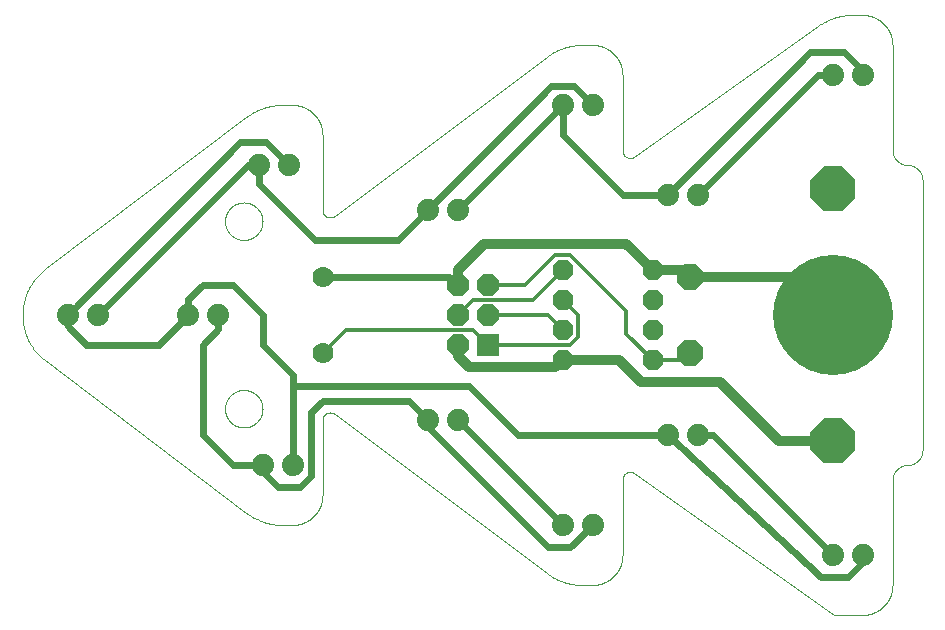
<source format=gbl>
G75*
%MOIN*%
%OFA0B0*%
%FSLAX25Y25*%
%IPPOS*%
%LPD*%
%AMOC8*
5,1,8,0,0,1.08239X$1,22.5*
%
%ADD10C,0.00000*%
%ADD11OC8,0.06800*%
%ADD12OC8,0.15000*%
%ADD13C,0.40000*%
%ADD14C,0.07400*%
%ADD15OC8,0.08600*%
%ADD16R,0.07400X0.07400*%
%ADD17OC8,0.07400*%
%ADD18C,0.07000*%
%ADD19C,0.03200*%
%ADD20C,0.02400*%
%ADD21C,0.01200*%
D10*
X0008432Y0085928D02*
X0075645Y0035053D01*
X0087716Y0031000D02*
X0091000Y0031000D01*
X0091242Y0031003D01*
X0091483Y0031012D01*
X0091724Y0031026D01*
X0091965Y0031047D01*
X0092205Y0031073D01*
X0092445Y0031105D01*
X0092684Y0031143D01*
X0092921Y0031186D01*
X0093158Y0031236D01*
X0093393Y0031291D01*
X0093627Y0031351D01*
X0093859Y0031418D01*
X0094090Y0031489D01*
X0094319Y0031567D01*
X0094546Y0031650D01*
X0094771Y0031738D01*
X0094994Y0031832D01*
X0095214Y0031931D01*
X0095432Y0032036D01*
X0095647Y0032145D01*
X0095860Y0032260D01*
X0096070Y0032380D01*
X0096276Y0032505D01*
X0096480Y0032635D01*
X0096681Y0032770D01*
X0096878Y0032910D01*
X0097072Y0033054D01*
X0097262Y0033203D01*
X0097448Y0033357D01*
X0097631Y0033515D01*
X0097810Y0033677D01*
X0097985Y0033844D01*
X0098156Y0034015D01*
X0098323Y0034190D01*
X0098485Y0034369D01*
X0098643Y0034552D01*
X0098797Y0034738D01*
X0098946Y0034928D01*
X0099090Y0035122D01*
X0099230Y0035319D01*
X0099365Y0035520D01*
X0099495Y0035724D01*
X0099620Y0035930D01*
X0099740Y0036140D01*
X0099855Y0036353D01*
X0099964Y0036568D01*
X0100069Y0036786D01*
X0100168Y0037006D01*
X0100262Y0037229D01*
X0100350Y0037454D01*
X0100433Y0037681D01*
X0100511Y0037910D01*
X0100582Y0038141D01*
X0100649Y0038373D01*
X0100709Y0038607D01*
X0100764Y0038842D01*
X0100814Y0039079D01*
X0100857Y0039316D01*
X0100895Y0039555D01*
X0100927Y0039795D01*
X0100953Y0040035D01*
X0100974Y0040276D01*
X0100988Y0040517D01*
X0100997Y0040758D01*
X0101000Y0041000D01*
X0101000Y0066000D01*
X0101002Y0066099D01*
X0101008Y0066197D01*
X0101018Y0066296D01*
X0101031Y0066394D01*
X0101049Y0066491D01*
X0101070Y0066588D01*
X0101095Y0066683D01*
X0101124Y0066778D01*
X0101157Y0066871D01*
X0101193Y0066963D01*
X0101233Y0067053D01*
X0101276Y0067142D01*
X0101323Y0067229D01*
X0101373Y0067314D01*
X0101427Y0067397D01*
X0101484Y0067478D01*
X0101544Y0067557D01*
X0101607Y0067633D01*
X0101673Y0067706D01*
X0101742Y0067777D01*
X0101813Y0067845D01*
X0101888Y0067911D01*
X0101965Y0067973D01*
X0102044Y0068032D01*
X0102125Y0068088D01*
X0102209Y0068141D01*
X0102294Y0068190D01*
X0102382Y0068236D01*
X0102471Y0068279D01*
X0102562Y0068317D01*
X0102654Y0068353D01*
X0102748Y0068384D01*
X0102843Y0068412D01*
X0102939Y0068436D01*
X0103036Y0068456D01*
X0103133Y0068473D01*
X0103231Y0068485D01*
X0103330Y0068494D01*
X0103428Y0068499D01*
X0103527Y0068500D01*
X0103626Y0068497D01*
X0103725Y0068490D01*
X0103823Y0068479D01*
X0103921Y0068464D01*
X0104018Y0068446D01*
X0104114Y0068423D01*
X0104209Y0068397D01*
X0104303Y0068367D01*
X0104396Y0068334D01*
X0104488Y0068297D01*
X0104578Y0068256D01*
X0104666Y0068211D01*
X0104753Y0068163D01*
X0104837Y0068112D01*
X0104920Y0068058D01*
X0105000Y0068000D01*
X0175667Y0015000D01*
X0187667Y0011000D02*
X0191000Y0011000D01*
X0191242Y0011003D01*
X0191483Y0011012D01*
X0191724Y0011026D01*
X0191965Y0011047D01*
X0192205Y0011073D01*
X0192445Y0011105D01*
X0192684Y0011143D01*
X0192921Y0011186D01*
X0193158Y0011236D01*
X0193393Y0011291D01*
X0193627Y0011351D01*
X0193859Y0011418D01*
X0194090Y0011489D01*
X0194319Y0011567D01*
X0194546Y0011650D01*
X0194771Y0011738D01*
X0194994Y0011832D01*
X0195214Y0011931D01*
X0195432Y0012036D01*
X0195647Y0012145D01*
X0195860Y0012260D01*
X0196070Y0012380D01*
X0196276Y0012505D01*
X0196480Y0012635D01*
X0196681Y0012770D01*
X0196878Y0012910D01*
X0197072Y0013054D01*
X0197262Y0013203D01*
X0197448Y0013357D01*
X0197631Y0013515D01*
X0197810Y0013677D01*
X0197985Y0013844D01*
X0198156Y0014015D01*
X0198323Y0014190D01*
X0198485Y0014369D01*
X0198643Y0014552D01*
X0198797Y0014738D01*
X0198946Y0014928D01*
X0199090Y0015122D01*
X0199230Y0015319D01*
X0199365Y0015520D01*
X0199495Y0015724D01*
X0199620Y0015930D01*
X0199740Y0016140D01*
X0199855Y0016353D01*
X0199964Y0016568D01*
X0200069Y0016786D01*
X0200168Y0017006D01*
X0200262Y0017229D01*
X0200350Y0017454D01*
X0200433Y0017681D01*
X0200511Y0017910D01*
X0200582Y0018141D01*
X0200649Y0018373D01*
X0200709Y0018607D01*
X0200764Y0018842D01*
X0200814Y0019079D01*
X0200857Y0019316D01*
X0200895Y0019555D01*
X0200927Y0019795D01*
X0200953Y0020035D01*
X0200974Y0020276D01*
X0200988Y0020517D01*
X0200997Y0020758D01*
X0201000Y0021000D01*
X0201000Y0046164D01*
X0201002Y0046262D01*
X0201008Y0046359D01*
X0201017Y0046456D01*
X0201030Y0046553D01*
X0201048Y0046649D01*
X0201068Y0046745D01*
X0201093Y0046839D01*
X0201121Y0046933D01*
X0201153Y0047025D01*
X0201188Y0047116D01*
X0201227Y0047205D01*
X0201270Y0047293D01*
X0201315Y0047380D01*
X0201365Y0047464D01*
X0201417Y0047546D01*
X0201473Y0047627D01*
X0201531Y0047705D01*
X0201593Y0047780D01*
X0201657Y0047854D01*
X0201725Y0047924D01*
X0201795Y0047992D01*
X0201868Y0048057D01*
X0201943Y0048120D01*
X0202020Y0048179D01*
X0202100Y0048235D01*
X0202182Y0048288D01*
X0202266Y0048338D01*
X0202352Y0048385D01*
X0202440Y0048428D01*
X0202529Y0048468D01*
X0202619Y0048504D01*
X0202711Y0048536D01*
X0202805Y0048565D01*
X0202899Y0048591D01*
X0202994Y0048612D01*
X0203090Y0048630D01*
X0203187Y0048644D01*
X0203284Y0048655D01*
X0203381Y0048661D01*
X0203479Y0048664D01*
X0203577Y0048663D01*
X0203674Y0048658D01*
X0203771Y0048649D01*
X0203868Y0048637D01*
X0203964Y0048620D01*
X0204060Y0048600D01*
X0204155Y0048577D01*
X0204248Y0048549D01*
X0204341Y0048518D01*
X0204432Y0048484D01*
X0204522Y0048445D01*
X0204611Y0048404D01*
X0204697Y0048359D01*
X0204782Y0048310D01*
X0204865Y0048259D01*
X0204946Y0048204D01*
X0271554Y0001000D01*
X0281000Y0001000D01*
X0281242Y0001003D01*
X0281483Y0001012D01*
X0281724Y0001026D01*
X0281965Y0001047D01*
X0282205Y0001073D01*
X0282445Y0001105D01*
X0282684Y0001143D01*
X0282921Y0001186D01*
X0283158Y0001236D01*
X0283393Y0001291D01*
X0283627Y0001351D01*
X0283859Y0001418D01*
X0284090Y0001489D01*
X0284319Y0001567D01*
X0284546Y0001650D01*
X0284771Y0001738D01*
X0284994Y0001832D01*
X0285214Y0001931D01*
X0285432Y0002036D01*
X0285647Y0002145D01*
X0285860Y0002260D01*
X0286070Y0002380D01*
X0286276Y0002505D01*
X0286480Y0002635D01*
X0286681Y0002770D01*
X0286878Y0002910D01*
X0287072Y0003054D01*
X0287262Y0003203D01*
X0287448Y0003357D01*
X0287631Y0003515D01*
X0287810Y0003677D01*
X0287985Y0003844D01*
X0288156Y0004015D01*
X0288323Y0004190D01*
X0288485Y0004369D01*
X0288643Y0004552D01*
X0288797Y0004738D01*
X0288946Y0004928D01*
X0289090Y0005122D01*
X0289230Y0005319D01*
X0289365Y0005520D01*
X0289495Y0005724D01*
X0289620Y0005930D01*
X0289740Y0006140D01*
X0289855Y0006353D01*
X0289964Y0006568D01*
X0290069Y0006786D01*
X0290168Y0007006D01*
X0290262Y0007229D01*
X0290350Y0007454D01*
X0290433Y0007681D01*
X0290511Y0007910D01*
X0290582Y0008141D01*
X0290649Y0008373D01*
X0290709Y0008607D01*
X0290764Y0008842D01*
X0290814Y0009079D01*
X0290857Y0009316D01*
X0290895Y0009555D01*
X0290927Y0009795D01*
X0290953Y0010035D01*
X0290974Y0010276D01*
X0290988Y0010517D01*
X0290997Y0010758D01*
X0291000Y0011000D01*
X0291000Y0046000D01*
X0291002Y0046140D01*
X0291008Y0046280D01*
X0291018Y0046420D01*
X0291031Y0046560D01*
X0291049Y0046699D01*
X0291071Y0046838D01*
X0291096Y0046975D01*
X0291125Y0047113D01*
X0291158Y0047249D01*
X0291195Y0047384D01*
X0291236Y0047518D01*
X0291281Y0047651D01*
X0291329Y0047783D01*
X0291381Y0047913D01*
X0291436Y0048042D01*
X0291495Y0048169D01*
X0291558Y0048295D01*
X0291624Y0048419D01*
X0291693Y0048540D01*
X0291766Y0048660D01*
X0291843Y0048778D01*
X0291922Y0048893D01*
X0292005Y0049007D01*
X0292091Y0049117D01*
X0292180Y0049226D01*
X0292272Y0049332D01*
X0292367Y0049435D01*
X0292464Y0049536D01*
X0292565Y0049633D01*
X0292668Y0049728D01*
X0292774Y0049820D01*
X0292883Y0049909D01*
X0292993Y0049995D01*
X0293107Y0050078D01*
X0293222Y0050157D01*
X0293340Y0050234D01*
X0293460Y0050307D01*
X0293581Y0050376D01*
X0293705Y0050442D01*
X0293831Y0050505D01*
X0293958Y0050564D01*
X0294087Y0050619D01*
X0294217Y0050671D01*
X0294349Y0050719D01*
X0294482Y0050764D01*
X0294616Y0050805D01*
X0294751Y0050842D01*
X0294887Y0050875D01*
X0295025Y0050904D01*
X0295162Y0050929D01*
X0295301Y0050951D01*
X0295440Y0050969D01*
X0295580Y0050982D01*
X0295720Y0050992D01*
X0295860Y0050998D01*
X0296000Y0051000D01*
X0296140Y0051002D01*
X0296280Y0051008D01*
X0296420Y0051018D01*
X0296560Y0051031D01*
X0296699Y0051049D01*
X0296838Y0051071D01*
X0296975Y0051096D01*
X0297113Y0051125D01*
X0297249Y0051158D01*
X0297384Y0051195D01*
X0297518Y0051236D01*
X0297651Y0051281D01*
X0297783Y0051329D01*
X0297913Y0051381D01*
X0298042Y0051436D01*
X0298169Y0051495D01*
X0298295Y0051558D01*
X0298419Y0051624D01*
X0298540Y0051693D01*
X0298660Y0051766D01*
X0298778Y0051843D01*
X0298893Y0051922D01*
X0299007Y0052005D01*
X0299117Y0052091D01*
X0299226Y0052180D01*
X0299332Y0052272D01*
X0299435Y0052367D01*
X0299536Y0052464D01*
X0299633Y0052565D01*
X0299728Y0052668D01*
X0299820Y0052774D01*
X0299909Y0052883D01*
X0299995Y0052993D01*
X0300078Y0053107D01*
X0300157Y0053222D01*
X0300234Y0053340D01*
X0300307Y0053460D01*
X0300376Y0053581D01*
X0300442Y0053705D01*
X0300505Y0053831D01*
X0300564Y0053958D01*
X0300619Y0054087D01*
X0300671Y0054217D01*
X0300719Y0054349D01*
X0300764Y0054482D01*
X0300805Y0054616D01*
X0300842Y0054751D01*
X0300875Y0054887D01*
X0300904Y0055025D01*
X0300929Y0055162D01*
X0300951Y0055301D01*
X0300969Y0055440D01*
X0300982Y0055580D01*
X0300992Y0055720D01*
X0300998Y0055860D01*
X0301000Y0056000D01*
X0301000Y0146000D01*
X0300998Y0146140D01*
X0300992Y0146280D01*
X0300982Y0146420D01*
X0300969Y0146560D01*
X0300951Y0146699D01*
X0300929Y0146838D01*
X0300904Y0146975D01*
X0300875Y0147113D01*
X0300842Y0147249D01*
X0300805Y0147384D01*
X0300764Y0147518D01*
X0300719Y0147651D01*
X0300671Y0147783D01*
X0300619Y0147913D01*
X0300564Y0148042D01*
X0300505Y0148169D01*
X0300442Y0148295D01*
X0300376Y0148419D01*
X0300307Y0148540D01*
X0300234Y0148660D01*
X0300157Y0148778D01*
X0300078Y0148893D01*
X0299995Y0149007D01*
X0299909Y0149117D01*
X0299820Y0149226D01*
X0299728Y0149332D01*
X0299633Y0149435D01*
X0299536Y0149536D01*
X0299435Y0149633D01*
X0299332Y0149728D01*
X0299226Y0149820D01*
X0299117Y0149909D01*
X0299007Y0149995D01*
X0298893Y0150078D01*
X0298778Y0150157D01*
X0298660Y0150234D01*
X0298540Y0150307D01*
X0298419Y0150376D01*
X0298295Y0150442D01*
X0298169Y0150505D01*
X0298042Y0150564D01*
X0297913Y0150619D01*
X0297783Y0150671D01*
X0297651Y0150719D01*
X0297518Y0150764D01*
X0297384Y0150805D01*
X0297249Y0150842D01*
X0297113Y0150875D01*
X0296975Y0150904D01*
X0296838Y0150929D01*
X0296699Y0150951D01*
X0296560Y0150969D01*
X0296420Y0150982D01*
X0296280Y0150992D01*
X0296140Y0150998D01*
X0296000Y0151000D01*
X0295860Y0151002D01*
X0295720Y0151008D01*
X0295580Y0151018D01*
X0295440Y0151031D01*
X0295301Y0151049D01*
X0295162Y0151071D01*
X0295025Y0151096D01*
X0294887Y0151125D01*
X0294751Y0151158D01*
X0294616Y0151195D01*
X0294482Y0151236D01*
X0294349Y0151281D01*
X0294217Y0151329D01*
X0294087Y0151381D01*
X0293958Y0151436D01*
X0293831Y0151495D01*
X0293705Y0151558D01*
X0293581Y0151624D01*
X0293460Y0151693D01*
X0293340Y0151766D01*
X0293222Y0151843D01*
X0293107Y0151922D01*
X0292993Y0152005D01*
X0292883Y0152091D01*
X0292774Y0152180D01*
X0292668Y0152272D01*
X0292565Y0152367D01*
X0292464Y0152464D01*
X0292367Y0152565D01*
X0292272Y0152668D01*
X0292180Y0152774D01*
X0292091Y0152883D01*
X0292005Y0152993D01*
X0291922Y0153107D01*
X0291843Y0153222D01*
X0291766Y0153340D01*
X0291693Y0153460D01*
X0291624Y0153581D01*
X0291558Y0153705D01*
X0291495Y0153831D01*
X0291436Y0153958D01*
X0291381Y0154087D01*
X0291329Y0154217D01*
X0291281Y0154349D01*
X0291236Y0154482D01*
X0291195Y0154616D01*
X0291158Y0154751D01*
X0291125Y0154887D01*
X0291096Y0155025D01*
X0291071Y0155162D01*
X0291049Y0155301D01*
X0291031Y0155440D01*
X0291018Y0155580D01*
X0291008Y0155720D01*
X0291002Y0155860D01*
X0291000Y0156000D01*
X0291000Y0191000D01*
X0290997Y0191242D01*
X0290988Y0191483D01*
X0290974Y0191724D01*
X0290953Y0191965D01*
X0290927Y0192205D01*
X0290895Y0192445D01*
X0290857Y0192684D01*
X0290814Y0192921D01*
X0290764Y0193158D01*
X0290709Y0193393D01*
X0290649Y0193627D01*
X0290582Y0193859D01*
X0290511Y0194090D01*
X0290433Y0194319D01*
X0290350Y0194546D01*
X0290262Y0194771D01*
X0290168Y0194994D01*
X0290069Y0195214D01*
X0289964Y0195432D01*
X0289855Y0195647D01*
X0289740Y0195860D01*
X0289620Y0196070D01*
X0289495Y0196276D01*
X0289365Y0196480D01*
X0289230Y0196681D01*
X0289090Y0196878D01*
X0288946Y0197072D01*
X0288797Y0197262D01*
X0288643Y0197448D01*
X0288485Y0197631D01*
X0288323Y0197810D01*
X0288156Y0197985D01*
X0287985Y0198156D01*
X0287810Y0198323D01*
X0287631Y0198485D01*
X0287448Y0198643D01*
X0287262Y0198797D01*
X0287072Y0198946D01*
X0286878Y0199090D01*
X0286681Y0199230D01*
X0286480Y0199365D01*
X0286276Y0199495D01*
X0286070Y0199620D01*
X0285860Y0199740D01*
X0285647Y0199855D01*
X0285432Y0199964D01*
X0285214Y0200069D01*
X0284994Y0200168D01*
X0284771Y0200262D01*
X0284546Y0200350D01*
X0284319Y0200433D01*
X0284090Y0200511D01*
X0283859Y0200582D01*
X0283627Y0200649D01*
X0283393Y0200709D01*
X0283158Y0200764D01*
X0282921Y0200814D01*
X0282684Y0200857D01*
X0282445Y0200895D01*
X0282205Y0200927D01*
X0281965Y0200953D01*
X0281724Y0200974D01*
X0281483Y0200988D01*
X0281242Y0200997D01*
X0281000Y0201000D01*
X0277598Y0201000D01*
X0266189Y0197357D02*
X0204949Y0153808D01*
X0204868Y0153753D01*
X0204785Y0153701D01*
X0204700Y0153652D01*
X0204614Y0153607D01*
X0204526Y0153565D01*
X0204436Y0153527D01*
X0204344Y0153492D01*
X0204252Y0153461D01*
X0204158Y0153433D01*
X0204063Y0153409D01*
X0203968Y0153389D01*
X0203871Y0153373D01*
X0203774Y0153360D01*
X0203677Y0153351D01*
X0203580Y0153346D01*
X0203482Y0153345D01*
X0203384Y0153348D01*
X0203287Y0153354D01*
X0203189Y0153364D01*
X0203093Y0153378D01*
X0202997Y0153396D01*
X0202901Y0153418D01*
X0202807Y0153443D01*
X0202714Y0153472D01*
X0202622Y0153504D01*
X0202531Y0153541D01*
X0202441Y0153580D01*
X0202354Y0153623D01*
X0202268Y0153670D01*
X0202184Y0153720D01*
X0202102Y0153773D01*
X0202022Y0153829D01*
X0201944Y0153888D01*
X0201869Y0153950D01*
X0201796Y0154016D01*
X0201726Y0154084D01*
X0201658Y0154154D01*
X0201594Y0154228D01*
X0201532Y0154303D01*
X0201473Y0154381D01*
X0201418Y0154462D01*
X0201365Y0154544D01*
X0201316Y0154629D01*
X0201270Y0154715D01*
X0201228Y0154803D01*
X0201189Y0154892D01*
X0201153Y0154984D01*
X0201121Y0155076D01*
X0201093Y0155169D01*
X0201068Y0155264D01*
X0201048Y0155359D01*
X0201030Y0155456D01*
X0201017Y0155552D01*
X0201008Y0155650D01*
X0201002Y0155747D01*
X0201000Y0155845D01*
X0201000Y0181000D01*
X0200997Y0181242D01*
X0200988Y0181483D01*
X0200974Y0181724D01*
X0200953Y0181965D01*
X0200927Y0182205D01*
X0200895Y0182445D01*
X0200857Y0182684D01*
X0200814Y0182921D01*
X0200764Y0183158D01*
X0200709Y0183393D01*
X0200649Y0183627D01*
X0200582Y0183859D01*
X0200511Y0184090D01*
X0200433Y0184319D01*
X0200350Y0184546D01*
X0200262Y0184771D01*
X0200168Y0184994D01*
X0200069Y0185214D01*
X0199964Y0185432D01*
X0199855Y0185647D01*
X0199740Y0185860D01*
X0199620Y0186070D01*
X0199495Y0186276D01*
X0199365Y0186480D01*
X0199230Y0186681D01*
X0199090Y0186878D01*
X0198946Y0187072D01*
X0198797Y0187262D01*
X0198643Y0187448D01*
X0198485Y0187631D01*
X0198323Y0187810D01*
X0198156Y0187985D01*
X0197985Y0188156D01*
X0197810Y0188323D01*
X0197631Y0188485D01*
X0197448Y0188643D01*
X0197262Y0188797D01*
X0197072Y0188946D01*
X0196878Y0189090D01*
X0196681Y0189230D01*
X0196480Y0189365D01*
X0196276Y0189495D01*
X0196070Y0189620D01*
X0195860Y0189740D01*
X0195647Y0189855D01*
X0195432Y0189964D01*
X0195214Y0190069D01*
X0194994Y0190168D01*
X0194771Y0190262D01*
X0194546Y0190350D01*
X0194319Y0190433D01*
X0194090Y0190511D01*
X0193859Y0190582D01*
X0193627Y0190649D01*
X0193393Y0190709D01*
X0193158Y0190764D01*
X0192921Y0190814D01*
X0192684Y0190857D01*
X0192445Y0190895D01*
X0192205Y0190927D01*
X0191965Y0190953D01*
X0191724Y0190974D01*
X0191483Y0190988D01*
X0191242Y0190997D01*
X0191000Y0191000D01*
X0187667Y0191000D01*
X0175667Y0187000D02*
X0105000Y0134000D01*
X0104920Y0133942D01*
X0104837Y0133888D01*
X0104753Y0133837D01*
X0104666Y0133789D01*
X0104578Y0133744D01*
X0104488Y0133703D01*
X0104396Y0133666D01*
X0104303Y0133633D01*
X0104209Y0133603D01*
X0104114Y0133577D01*
X0104018Y0133554D01*
X0103921Y0133536D01*
X0103823Y0133521D01*
X0103725Y0133510D01*
X0103626Y0133503D01*
X0103527Y0133500D01*
X0103428Y0133501D01*
X0103330Y0133506D01*
X0103231Y0133515D01*
X0103133Y0133527D01*
X0103036Y0133544D01*
X0102939Y0133564D01*
X0102843Y0133588D01*
X0102748Y0133616D01*
X0102654Y0133647D01*
X0102562Y0133683D01*
X0102471Y0133721D01*
X0102382Y0133764D01*
X0102294Y0133810D01*
X0102209Y0133859D01*
X0102125Y0133912D01*
X0102044Y0133968D01*
X0101965Y0134027D01*
X0101888Y0134089D01*
X0101813Y0134155D01*
X0101742Y0134223D01*
X0101673Y0134294D01*
X0101607Y0134367D01*
X0101544Y0134443D01*
X0101484Y0134522D01*
X0101427Y0134603D01*
X0101373Y0134686D01*
X0101323Y0134771D01*
X0101276Y0134858D01*
X0101233Y0134947D01*
X0101193Y0135037D01*
X0101157Y0135129D01*
X0101124Y0135222D01*
X0101095Y0135317D01*
X0101070Y0135412D01*
X0101049Y0135509D01*
X0101031Y0135606D01*
X0101018Y0135704D01*
X0101008Y0135803D01*
X0101002Y0135901D01*
X0101000Y0136000D01*
X0101000Y0161000D01*
X0100997Y0161242D01*
X0100988Y0161483D01*
X0100974Y0161724D01*
X0100953Y0161965D01*
X0100927Y0162205D01*
X0100895Y0162445D01*
X0100857Y0162684D01*
X0100814Y0162921D01*
X0100764Y0163158D01*
X0100709Y0163393D01*
X0100649Y0163627D01*
X0100582Y0163859D01*
X0100511Y0164090D01*
X0100433Y0164319D01*
X0100350Y0164546D01*
X0100262Y0164771D01*
X0100168Y0164994D01*
X0100069Y0165214D01*
X0099964Y0165432D01*
X0099855Y0165647D01*
X0099740Y0165860D01*
X0099620Y0166070D01*
X0099495Y0166276D01*
X0099365Y0166480D01*
X0099230Y0166681D01*
X0099090Y0166878D01*
X0098946Y0167072D01*
X0098797Y0167262D01*
X0098643Y0167448D01*
X0098485Y0167631D01*
X0098323Y0167810D01*
X0098156Y0167985D01*
X0097985Y0168156D01*
X0097810Y0168323D01*
X0097631Y0168485D01*
X0097448Y0168643D01*
X0097262Y0168797D01*
X0097072Y0168946D01*
X0096878Y0169090D01*
X0096681Y0169230D01*
X0096480Y0169365D01*
X0096276Y0169495D01*
X0096070Y0169620D01*
X0095860Y0169740D01*
X0095647Y0169855D01*
X0095432Y0169964D01*
X0095214Y0170069D01*
X0094994Y0170168D01*
X0094771Y0170262D01*
X0094546Y0170350D01*
X0094319Y0170433D01*
X0094090Y0170511D01*
X0093859Y0170582D01*
X0093627Y0170649D01*
X0093393Y0170709D01*
X0093158Y0170764D01*
X0092921Y0170814D01*
X0092684Y0170857D01*
X0092445Y0170895D01*
X0092205Y0170927D01*
X0091965Y0170953D01*
X0091724Y0170974D01*
X0091483Y0170988D01*
X0091242Y0170997D01*
X0091000Y0171000D01*
X0087694Y0171000D01*
X0075655Y0166970D02*
X0008836Y0116596D01*
X0001000Y0100875D02*
X0001006Y0100420D01*
X0001022Y0099965D01*
X0001050Y0099510D01*
X0001088Y0099057D01*
X0001138Y0098604D01*
X0001199Y0098153D01*
X0001270Y0097704D01*
X0001353Y0097256D01*
X0001446Y0096810D01*
X0001550Y0096367D01*
X0001665Y0095927D01*
X0001790Y0095489D01*
X0001927Y0095055D01*
X0002073Y0094624D01*
X0002230Y0094196D01*
X0002397Y0093773D01*
X0002575Y0093354D01*
X0002763Y0092939D01*
X0002960Y0092529D01*
X0003168Y0092124D01*
X0003386Y0091724D01*
X0003613Y0091329D01*
X0003849Y0090940D01*
X0004095Y0090557D01*
X0004350Y0090180D01*
X0004614Y0089810D01*
X0004888Y0089445D01*
X0005170Y0089088D01*
X0005460Y0088738D01*
X0005759Y0088394D01*
X0006066Y0088058D01*
X0006382Y0087730D01*
X0006705Y0087409D01*
X0007036Y0087097D01*
X0007374Y0086792D01*
X0007720Y0086496D01*
X0008072Y0086208D01*
X0008432Y0085929D01*
X0001000Y0100875D02*
X0001006Y0101354D01*
X0001023Y0101833D01*
X0001052Y0102311D01*
X0001093Y0102789D01*
X0001146Y0103265D01*
X0001210Y0103740D01*
X0001285Y0104213D01*
X0001372Y0104684D01*
X0001470Y0105153D01*
X0001580Y0105619D01*
X0001701Y0106083D01*
X0001834Y0106543D01*
X0001977Y0107001D01*
X0002132Y0107454D01*
X0002297Y0107904D01*
X0002474Y0108349D01*
X0002661Y0108790D01*
X0002859Y0109226D01*
X0003068Y0109658D01*
X0003287Y0110084D01*
X0003516Y0110505D01*
X0003755Y0110920D01*
X0004005Y0111329D01*
X0004264Y0111732D01*
X0004533Y0112128D01*
X0004812Y0112518D01*
X0005100Y0112901D01*
X0005397Y0113277D01*
X0005703Y0113645D01*
X0006018Y0114006D01*
X0006342Y0114359D01*
X0006675Y0114704D01*
X0007015Y0115041D01*
X0007364Y0115370D01*
X0007721Y0115689D01*
X0008085Y0116001D01*
X0008457Y0116303D01*
X0008836Y0116596D01*
X0068500Y0132250D02*
X0068502Y0132408D01*
X0068508Y0132565D01*
X0068518Y0132723D01*
X0068532Y0132880D01*
X0068550Y0133036D01*
X0068571Y0133193D01*
X0068597Y0133348D01*
X0068627Y0133503D01*
X0068660Y0133657D01*
X0068698Y0133810D01*
X0068739Y0133963D01*
X0068784Y0134114D01*
X0068833Y0134264D01*
X0068886Y0134412D01*
X0068942Y0134560D01*
X0069003Y0134705D01*
X0069066Y0134850D01*
X0069134Y0134992D01*
X0069205Y0135133D01*
X0069279Y0135272D01*
X0069357Y0135409D01*
X0069439Y0135544D01*
X0069523Y0135677D01*
X0069612Y0135808D01*
X0069703Y0135936D01*
X0069798Y0136063D01*
X0069895Y0136186D01*
X0069996Y0136308D01*
X0070100Y0136426D01*
X0070207Y0136542D01*
X0070317Y0136655D01*
X0070429Y0136766D01*
X0070545Y0136873D01*
X0070663Y0136978D01*
X0070783Y0137080D01*
X0070906Y0137178D01*
X0071032Y0137274D01*
X0071160Y0137366D01*
X0071290Y0137455D01*
X0071422Y0137541D01*
X0071557Y0137623D01*
X0071694Y0137702D01*
X0071832Y0137777D01*
X0071972Y0137849D01*
X0072115Y0137917D01*
X0072258Y0137982D01*
X0072404Y0138043D01*
X0072551Y0138100D01*
X0072699Y0138154D01*
X0072849Y0138204D01*
X0072999Y0138250D01*
X0073151Y0138292D01*
X0073304Y0138331D01*
X0073458Y0138365D01*
X0073613Y0138396D01*
X0073768Y0138422D01*
X0073924Y0138445D01*
X0074081Y0138464D01*
X0074238Y0138479D01*
X0074395Y0138490D01*
X0074553Y0138497D01*
X0074711Y0138500D01*
X0074868Y0138499D01*
X0075026Y0138494D01*
X0075183Y0138485D01*
X0075341Y0138472D01*
X0075497Y0138455D01*
X0075654Y0138434D01*
X0075809Y0138410D01*
X0075964Y0138381D01*
X0076119Y0138348D01*
X0076272Y0138312D01*
X0076425Y0138271D01*
X0076576Y0138227D01*
X0076726Y0138179D01*
X0076875Y0138128D01*
X0077023Y0138072D01*
X0077169Y0138013D01*
X0077314Y0137950D01*
X0077457Y0137883D01*
X0077598Y0137813D01*
X0077737Y0137740D01*
X0077875Y0137663D01*
X0078011Y0137582D01*
X0078144Y0137498D01*
X0078275Y0137411D01*
X0078404Y0137320D01*
X0078531Y0137226D01*
X0078656Y0137129D01*
X0078777Y0137029D01*
X0078897Y0136926D01*
X0079013Y0136820D01*
X0079127Y0136711D01*
X0079239Y0136599D01*
X0079347Y0136485D01*
X0079452Y0136367D01*
X0079555Y0136247D01*
X0079654Y0136125D01*
X0079750Y0136000D01*
X0079843Y0135872D01*
X0079933Y0135743D01*
X0080019Y0135611D01*
X0080103Y0135477D01*
X0080182Y0135341D01*
X0080259Y0135203D01*
X0080331Y0135063D01*
X0080400Y0134921D01*
X0080466Y0134778D01*
X0080528Y0134633D01*
X0080586Y0134486D01*
X0080641Y0134338D01*
X0080692Y0134189D01*
X0080739Y0134038D01*
X0080782Y0133887D01*
X0080821Y0133734D01*
X0080857Y0133580D01*
X0080888Y0133426D01*
X0080916Y0133271D01*
X0080940Y0133115D01*
X0080960Y0132958D01*
X0080976Y0132801D01*
X0080988Y0132644D01*
X0080996Y0132487D01*
X0081000Y0132329D01*
X0081000Y0132171D01*
X0080996Y0132013D01*
X0080988Y0131856D01*
X0080976Y0131699D01*
X0080960Y0131542D01*
X0080940Y0131385D01*
X0080916Y0131229D01*
X0080888Y0131074D01*
X0080857Y0130920D01*
X0080821Y0130766D01*
X0080782Y0130613D01*
X0080739Y0130462D01*
X0080692Y0130311D01*
X0080641Y0130162D01*
X0080586Y0130014D01*
X0080528Y0129867D01*
X0080466Y0129722D01*
X0080400Y0129579D01*
X0080331Y0129437D01*
X0080259Y0129297D01*
X0080182Y0129159D01*
X0080103Y0129023D01*
X0080019Y0128889D01*
X0079933Y0128757D01*
X0079843Y0128628D01*
X0079750Y0128500D01*
X0079654Y0128375D01*
X0079555Y0128253D01*
X0079452Y0128133D01*
X0079347Y0128015D01*
X0079239Y0127901D01*
X0079127Y0127789D01*
X0079013Y0127680D01*
X0078897Y0127574D01*
X0078777Y0127471D01*
X0078656Y0127371D01*
X0078531Y0127274D01*
X0078404Y0127180D01*
X0078275Y0127089D01*
X0078144Y0127002D01*
X0078011Y0126918D01*
X0077875Y0126837D01*
X0077737Y0126760D01*
X0077598Y0126687D01*
X0077457Y0126617D01*
X0077314Y0126550D01*
X0077169Y0126487D01*
X0077023Y0126428D01*
X0076875Y0126372D01*
X0076726Y0126321D01*
X0076576Y0126273D01*
X0076425Y0126229D01*
X0076272Y0126188D01*
X0076119Y0126152D01*
X0075964Y0126119D01*
X0075809Y0126090D01*
X0075654Y0126066D01*
X0075497Y0126045D01*
X0075341Y0126028D01*
X0075183Y0126015D01*
X0075026Y0126006D01*
X0074868Y0126001D01*
X0074711Y0126000D01*
X0074553Y0126003D01*
X0074395Y0126010D01*
X0074238Y0126021D01*
X0074081Y0126036D01*
X0073924Y0126055D01*
X0073768Y0126078D01*
X0073613Y0126104D01*
X0073458Y0126135D01*
X0073304Y0126169D01*
X0073151Y0126208D01*
X0072999Y0126250D01*
X0072849Y0126296D01*
X0072699Y0126346D01*
X0072551Y0126400D01*
X0072404Y0126457D01*
X0072258Y0126518D01*
X0072115Y0126583D01*
X0071972Y0126651D01*
X0071832Y0126723D01*
X0071694Y0126798D01*
X0071557Y0126877D01*
X0071422Y0126959D01*
X0071290Y0127045D01*
X0071160Y0127134D01*
X0071032Y0127226D01*
X0070906Y0127322D01*
X0070783Y0127420D01*
X0070663Y0127522D01*
X0070545Y0127627D01*
X0070429Y0127734D01*
X0070317Y0127845D01*
X0070207Y0127958D01*
X0070100Y0128074D01*
X0069996Y0128192D01*
X0069895Y0128314D01*
X0069798Y0128437D01*
X0069703Y0128564D01*
X0069612Y0128692D01*
X0069523Y0128823D01*
X0069439Y0128956D01*
X0069357Y0129091D01*
X0069279Y0129228D01*
X0069205Y0129367D01*
X0069134Y0129508D01*
X0069066Y0129650D01*
X0069003Y0129795D01*
X0068942Y0129940D01*
X0068886Y0130088D01*
X0068833Y0130236D01*
X0068784Y0130386D01*
X0068739Y0130537D01*
X0068698Y0130690D01*
X0068660Y0130843D01*
X0068627Y0130997D01*
X0068597Y0131152D01*
X0068571Y0131307D01*
X0068550Y0131464D01*
X0068532Y0131620D01*
X0068518Y0131777D01*
X0068508Y0131935D01*
X0068502Y0132092D01*
X0068500Y0132250D01*
X0075654Y0166970D02*
X0076040Y0167254D01*
X0076432Y0167528D01*
X0076830Y0167792D01*
X0077235Y0168047D01*
X0077646Y0168293D01*
X0078063Y0168528D01*
X0078485Y0168754D01*
X0078912Y0168969D01*
X0079345Y0169174D01*
X0079782Y0169368D01*
X0080223Y0169552D01*
X0080669Y0169726D01*
X0081119Y0169888D01*
X0081573Y0170040D01*
X0082030Y0170181D01*
X0082491Y0170311D01*
X0082954Y0170430D01*
X0083421Y0170538D01*
X0083889Y0170635D01*
X0084360Y0170720D01*
X0084833Y0170794D01*
X0085307Y0170857D01*
X0085783Y0170908D01*
X0086260Y0170949D01*
X0086737Y0170977D01*
X0087216Y0170994D01*
X0087694Y0171000D01*
X0175667Y0187000D02*
X0176052Y0187281D01*
X0176443Y0187554D01*
X0176841Y0187816D01*
X0177245Y0188070D01*
X0177654Y0188313D01*
X0178070Y0188547D01*
X0178491Y0188771D01*
X0178917Y0188984D01*
X0179348Y0189188D01*
X0179784Y0189381D01*
X0180224Y0189563D01*
X0180668Y0189735D01*
X0181117Y0189897D01*
X0181569Y0190048D01*
X0182025Y0190188D01*
X0182484Y0190317D01*
X0182945Y0190435D01*
X0183410Y0190542D01*
X0183877Y0190638D01*
X0184346Y0190722D01*
X0184817Y0190796D01*
X0185289Y0190858D01*
X0185763Y0190909D01*
X0186238Y0190949D01*
X0186714Y0190977D01*
X0187190Y0190994D01*
X0187667Y0191000D01*
X0266188Y0197357D02*
X0266573Y0197624D01*
X0266964Y0197881D01*
X0267361Y0198129D01*
X0267763Y0198368D01*
X0268172Y0198597D01*
X0268585Y0198816D01*
X0269004Y0199025D01*
X0269427Y0199225D01*
X0269856Y0199414D01*
X0270288Y0199593D01*
X0270725Y0199761D01*
X0271165Y0199919D01*
X0271609Y0200067D01*
X0272057Y0200204D01*
X0272508Y0200331D01*
X0272961Y0200446D01*
X0273417Y0200551D01*
X0273876Y0200645D01*
X0274337Y0200728D01*
X0274799Y0200800D01*
X0275263Y0200861D01*
X0275729Y0200911D01*
X0276195Y0200950D01*
X0276662Y0200978D01*
X0277130Y0200994D01*
X0277598Y0201000D01*
X0068500Y0069750D02*
X0068502Y0069908D01*
X0068508Y0070065D01*
X0068518Y0070223D01*
X0068532Y0070380D01*
X0068550Y0070536D01*
X0068571Y0070693D01*
X0068597Y0070848D01*
X0068627Y0071003D01*
X0068660Y0071157D01*
X0068698Y0071310D01*
X0068739Y0071463D01*
X0068784Y0071614D01*
X0068833Y0071764D01*
X0068886Y0071912D01*
X0068942Y0072060D01*
X0069003Y0072205D01*
X0069066Y0072350D01*
X0069134Y0072492D01*
X0069205Y0072633D01*
X0069279Y0072772D01*
X0069357Y0072909D01*
X0069439Y0073044D01*
X0069523Y0073177D01*
X0069612Y0073308D01*
X0069703Y0073436D01*
X0069798Y0073563D01*
X0069895Y0073686D01*
X0069996Y0073808D01*
X0070100Y0073926D01*
X0070207Y0074042D01*
X0070317Y0074155D01*
X0070429Y0074266D01*
X0070545Y0074373D01*
X0070663Y0074478D01*
X0070783Y0074580D01*
X0070906Y0074678D01*
X0071032Y0074774D01*
X0071160Y0074866D01*
X0071290Y0074955D01*
X0071422Y0075041D01*
X0071557Y0075123D01*
X0071694Y0075202D01*
X0071832Y0075277D01*
X0071972Y0075349D01*
X0072115Y0075417D01*
X0072258Y0075482D01*
X0072404Y0075543D01*
X0072551Y0075600D01*
X0072699Y0075654D01*
X0072849Y0075704D01*
X0072999Y0075750D01*
X0073151Y0075792D01*
X0073304Y0075831D01*
X0073458Y0075865D01*
X0073613Y0075896D01*
X0073768Y0075922D01*
X0073924Y0075945D01*
X0074081Y0075964D01*
X0074238Y0075979D01*
X0074395Y0075990D01*
X0074553Y0075997D01*
X0074711Y0076000D01*
X0074868Y0075999D01*
X0075026Y0075994D01*
X0075183Y0075985D01*
X0075341Y0075972D01*
X0075497Y0075955D01*
X0075654Y0075934D01*
X0075809Y0075910D01*
X0075964Y0075881D01*
X0076119Y0075848D01*
X0076272Y0075812D01*
X0076425Y0075771D01*
X0076576Y0075727D01*
X0076726Y0075679D01*
X0076875Y0075628D01*
X0077023Y0075572D01*
X0077169Y0075513D01*
X0077314Y0075450D01*
X0077457Y0075383D01*
X0077598Y0075313D01*
X0077737Y0075240D01*
X0077875Y0075163D01*
X0078011Y0075082D01*
X0078144Y0074998D01*
X0078275Y0074911D01*
X0078404Y0074820D01*
X0078531Y0074726D01*
X0078656Y0074629D01*
X0078777Y0074529D01*
X0078897Y0074426D01*
X0079013Y0074320D01*
X0079127Y0074211D01*
X0079239Y0074099D01*
X0079347Y0073985D01*
X0079452Y0073867D01*
X0079555Y0073747D01*
X0079654Y0073625D01*
X0079750Y0073500D01*
X0079843Y0073372D01*
X0079933Y0073243D01*
X0080019Y0073111D01*
X0080103Y0072977D01*
X0080182Y0072841D01*
X0080259Y0072703D01*
X0080331Y0072563D01*
X0080400Y0072421D01*
X0080466Y0072278D01*
X0080528Y0072133D01*
X0080586Y0071986D01*
X0080641Y0071838D01*
X0080692Y0071689D01*
X0080739Y0071538D01*
X0080782Y0071387D01*
X0080821Y0071234D01*
X0080857Y0071080D01*
X0080888Y0070926D01*
X0080916Y0070771D01*
X0080940Y0070615D01*
X0080960Y0070458D01*
X0080976Y0070301D01*
X0080988Y0070144D01*
X0080996Y0069987D01*
X0081000Y0069829D01*
X0081000Y0069671D01*
X0080996Y0069513D01*
X0080988Y0069356D01*
X0080976Y0069199D01*
X0080960Y0069042D01*
X0080940Y0068885D01*
X0080916Y0068729D01*
X0080888Y0068574D01*
X0080857Y0068420D01*
X0080821Y0068266D01*
X0080782Y0068113D01*
X0080739Y0067962D01*
X0080692Y0067811D01*
X0080641Y0067662D01*
X0080586Y0067514D01*
X0080528Y0067367D01*
X0080466Y0067222D01*
X0080400Y0067079D01*
X0080331Y0066937D01*
X0080259Y0066797D01*
X0080182Y0066659D01*
X0080103Y0066523D01*
X0080019Y0066389D01*
X0079933Y0066257D01*
X0079843Y0066128D01*
X0079750Y0066000D01*
X0079654Y0065875D01*
X0079555Y0065753D01*
X0079452Y0065633D01*
X0079347Y0065515D01*
X0079239Y0065401D01*
X0079127Y0065289D01*
X0079013Y0065180D01*
X0078897Y0065074D01*
X0078777Y0064971D01*
X0078656Y0064871D01*
X0078531Y0064774D01*
X0078404Y0064680D01*
X0078275Y0064589D01*
X0078144Y0064502D01*
X0078011Y0064418D01*
X0077875Y0064337D01*
X0077737Y0064260D01*
X0077598Y0064187D01*
X0077457Y0064117D01*
X0077314Y0064050D01*
X0077169Y0063987D01*
X0077023Y0063928D01*
X0076875Y0063872D01*
X0076726Y0063821D01*
X0076576Y0063773D01*
X0076425Y0063729D01*
X0076272Y0063688D01*
X0076119Y0063652D01*
X0075964Y0063619D01*
X0075809Y0063590D01*
X0075654Y0063566D01*
X0075497Y0063545D01*
X0075341Y0063528D01*
X0075183Y0063515D01*
X0075026Y0063506D01*
X0074868Y0063501D01*
X0074711Y0063500D01*
X0074553Y0063503D01*
X0074395Y0063510D01*
X0074238Y0063521D01*
X0074081Y0063536D01*
X0073924Y0063555D01*
X0073768Y0063578D01*
X0073613Y0063604D01*
X0073458Y0063635D01*
X0073304Y0063669D01*
X0073151Y0063708D01*
X0072999Y0063750D01*
X0072849Y0063796D01*
X0072699Y0063846D01*
X0072551Y0063900D01*
X0072404Y0063957D01*
X0072258Y0064018D01*
X0072115Y0064083D01*
X0071972Y0064151D01*
X0071832Y0064223D01*
X0071694Y0064298D01*
X0071557Y0064377D01*
X0071422Y0064459D01*
X0071290Y0064545D01*
X0071160Y0064634D01*
X0071032Y0064726D01*
X0070906Y0064822D01*
X0070783Y0064920D01*
X0070663Y0065022D01*
X0070545Y0065127D01*
X0070429Y0065234D01*
X0070317Y0065345D01*
X0070207Y0065458D01*
X0070100Y0065574D01*
X0069996Y0065692D01*
X0069895Y0065814D01*
X0069798Y0065937D01*
X0069703Y0066064D01*
X0069612Y0066192D01*
X0069523Y0066323D01*
X0069439Y0066456D01*
X0069357Y0066591D01*
X0069279Y0066728D01*
X0069205Y0066867D01*
X0069134Y0067008D01*
X0069066Y0067150D01*
X0069003Y0067295D01*
X0068942Y0067440D01*
X0068886Y0067588D01*
X0068833Y0067736D01*
X0068784Y0067886D01*
X0068739Y0068037D01*
X0068698Y0068190D01*
X0068660Y0068343D01*
X0068627Y0068497D01*
X0068597Y0068652D01*
X0068571Y0068807D01*
X0068550Y0068964D01*
X0068532Y0069120D01*
X0068518Y0069277D01*
X0068508Y0069435D01*
X0068502Y0069592D01*
X0068500Y0069750D01*
X0075645Y0035053D02*
X0076032Y0034768D01*
X0076424Y0034492D01*
X0076824Y0034226D01*
X0077229Y0033970D01*
X0077641Y0033723D01*
X0078058Y0033486D01*
X0078482Y0033260D01*
X0078910Y0033043D01*
X0079343Y0032837D01*
X0079781Y0032641D01*
X0080224Y0032456D01*
X0080671Y0032282D01*
X0081123Y0032118D01*
X0081578Y0031965D01*
X0082036Y0031824D01*
X0082498Y0031693D01*
X0082963Y0031573D01*
X0083430Y0031465D01*
X0083900Y0031367D01*
X0084372Y0031282D01*
X0084846Y0031207D01*
X0085322Y0031144D01*
X0085799Y0031092D01*
X0086277Y0031052D01*
X0086756Y0031023D01*
X0087236Y0031006D01*
X0087716Y0031000D01*
X0175667Y0015000D02*
X0176052Y0014719D01*
X0176443Y0014446D01*
X0176841Y0014184D01*
X0177245Y0013930D01*
X0177654Y0013687D01*
X0178070Y0013453D01*
X0178491Y0013229D01*
X0178917Y0013016D01*
X0179348Y0012812D01*
X0179784Y0012619D01*
X0180224Y0012437D01*
X0180668Y0012265D01*
X0181117Y0012103D01*
X0181569Y0011952D01*
X0182025Y0011812D01*
X0182484Y0011683D01*
X0182945Y0011565D01*
X0183410Y0011458D01*
X0183877Y0011362D01*
X0184346Y0011278D01*
X0184817Y0011204D01*
X0185289Y0011142D01*
X0185763Y0011091D01*
X0186238Y0011051D01*
X0186714Y0011023D01*
X0187190Y0011006D01*
X0187667Y0011000D01*
D11*
X0181000Y0086000D03*
X0181000Y0096000D03*
X0181000Y0106000D03*
X0181000Y0116000D03*
X0211000Y0116000D03*
X0211000Y0106000D03*
X0211000Y0096000D03*
X0211000Y0086000D03*
D12*
X0271000Y0059000D03*
X0271000Y0143000D03*
D13*
X0271000Y0101000D03*
D14*
X0226000Y0141000D03*
X0216000Y0141000D03*
X0191000Y0171000D03*
X0181000Y0171000D03*
X0146000Y0136000D03*
X0136000Y0136000D03*
X0089750Y0151000D03*
X0079750Y0151000D03*
X0026000Y0101000D03*
X0016000Y0101000D03*
X0056315Y0100902D03*
X0066315Y0100902D03*
X0136000Y0066000D03*
X0146000Y0066000D03*
X0181000Y0031000D03*
X0191000Y0031000D03*
X0216000Y0061000D03*
X0226000Y0061000D03*
X0271000Y0021000D03*
X0281000Y0021000D03*
X0091000Y0051000D03*
X0081000Y0051000D03*
X0271000Y0181000D03*
X0281000Y0181000D03*
D15*
X0223500Y0113800D03*
X0223500Y0088200D03*
D16*
X0156000Y0091000D03*
D17*
X0146000Y0091000D03*
X0146000Y0101000D03*
X0156000Y0101000D03*
X0156000Y0111000D03*
X0146000Y0111000D03*
D18*
X0101000Y0113795D03*
X0101000Y0088205D03*
D19*
X0146000Y0087250D02*
X0149750Y0083500D01*
X0178500Y0083500D01*
X0181000Y0086000D01*
X0199750Y0086000D01*
X0207250Y0078500D01*
X0233500Y0078500D01*
X0253000Y0059000D01*
X0271000Y0059000D01*
X0271000Y0101000D02*
X0263200Y0113800D01*
X0223500Y0113800D01*
X0223800Y0116000D01*
X0211000Y0116000D01*
X0202250Y0124750D01*
X0154750Y0124750D01*
X0146000Y0116000D01*
X0146000Y0111000D01*
X0146000Y0091000D02*
X0146000Y0087250D01*
D20*
X0149750Y0077250D02*
X0091000Y0077250D01*
X0091000Y0051000D01*
X0097250Y0047250D02*
X0097250Y0068500D01*
X0101000Y0072250D01*
X0129750Y0072250D01*
X0136000Y0066000D01*
X0136000Y0063500D01*
X0176000Y0023500D01*
X0183500Y0023500D01*
X0191000Y0031000D01*
X0181000Y0031000D02*
X0146000Y0066000D01*
X0149750Y0077250D02*
X0166000Y0061000D01*
X0216000Y0061000D01*
X0267250Y0013500D01*
X0276000Y0013500D01*
X0281000Y0018500D01*
X0281000Y0021000D01*
X0271000Y0021000D02*
X0231000Y0061000D01*
X0226000Y0061000D01*
X0146000Y0111000D02*
X0143205Y0113795D01*
X0101000Y0113795D01*
X0098500Y0126000D02*
X0079750Y0144750D01*
X0079750Y0151000D01*
X0076000Y0151000D01*
X0026000Y0101000D01*
X0016000Y0101000D02*
X0016000Y0097250D01*
X0022250Y0091000D01*
X0046413Y0091000D01*
X0056315Y0100902D01*
X0056315Y0106315D01*
X0061000Y0111000D01*
X0071000Y0111000D01*
X0081000Y0101000D01*
X0081000Y0091000D01*
X0091000Y0081000D01*
X0091000Y0077250D01*
X0066315Y0096315D02*
X0061000Y0091000D01*
X0061000Y0061000D01*
X0071000Y0051000D01*
X0081000Y0051000D01*
X0081000Y0048500D01*
X0086000Y0043500D01*
X0093500Y0043500D01*
X0097250Y0047250D01*
X0066315Y0096315D02*
X0066315Y0100902D01*
X0098500Y0126000D02*
X0126000Y0126000D01*
X0136000Y0136000D01*
X0177250Y0177250D01*
X0184750Y0177250D01*
X0191000Y0171000D01*
X0181000Y0171000D02*
X0146000Y0136000D01*
X0181000Y0161000D02*
X0201000Y0141000D01*
X0216000Y0141000D01*
X0263500Y0188500D01*
X0274750Y0188500D01*
X0281000Y0182250D01*
X0281000Y0181000D01*
X0271000Y0181000D02*
X0266000Y0181000D01*
X0226000Y0141000D01*
X0181000Y0161000D02*
X0181000Y0171000D01*
X0089750Y0151000D02*
X0082250Y0158500D01*
X0073500Y0158500D01*
X0016000Y0101000D01*
D21*
X0101000Y0088205D02*
X0108795Y0096000D01*
X0151000Y0096000D01*
X0156000Y0091000D01*
X0183500Y0091000D01*
X0186000Y0093500D01*
X0186000Y0101000D01*
X0181000Y0106000D01*
X0176000Y0101000D02*
X0181000Y0096000D01*
X0176000Y0101000D02*
X0156000Y0101000D01*
X0151000Y0106000D02*
X0171000Y0106000D01*
X0181000Y0116000D01*
X0178500Y0121000D02*
X0183500Y0121000D01*
X0202250Y0102250D01*
X0202250Y0094750D01*
X0211000Y0086000D01*
X0223800Y0086000D01*
X0223500Y0088200D01*
X0178500Y0121000D02*
X0168500Y0111000D01*
X0156000Y0111000D01*
X0151000Y0106000D02*
X0146000Y0101000D01*
M02*

</source>
